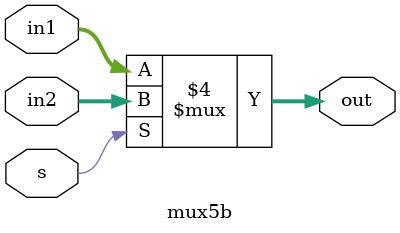
<source format=v>
`timescale 1ns / 1ps
module mux5b(in1,in2, s,out);
input [4:0] in1;
input [4:0] in2;
output reg [4:0] out;
input s;

always@(in1,in2,s) begin
if (s==0) out <= in1;
else out <= in2;
end


endmodule

</source>
